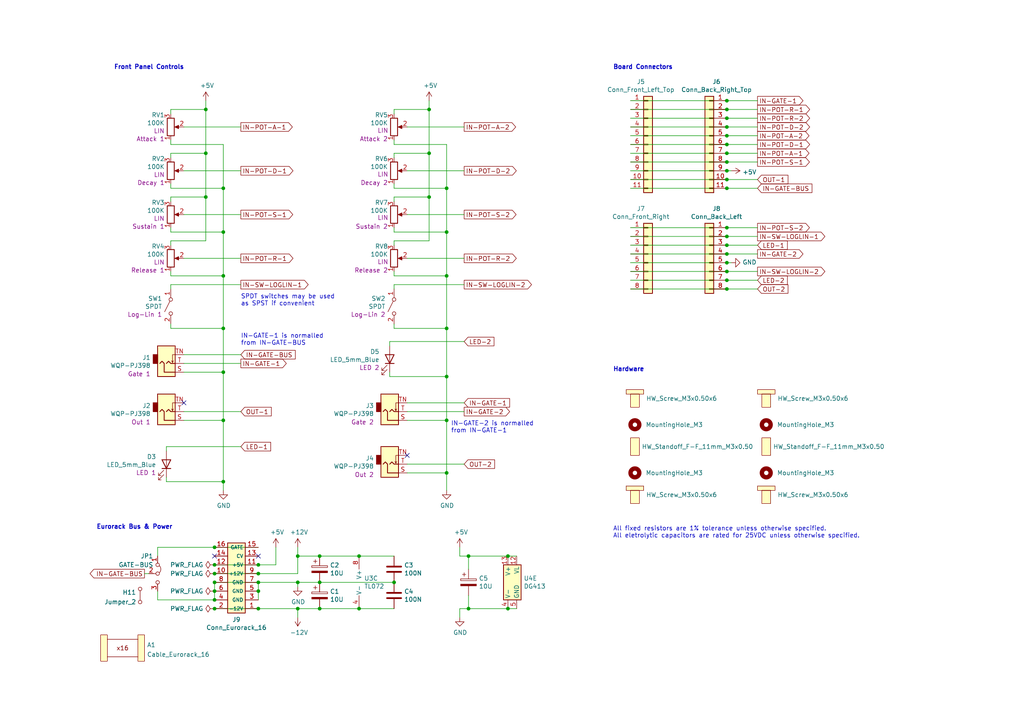
<source format=kicad_sch>
(kicad_sch (version 20211123) (generator eeschema)
  (paper "A4")
  (title_block (title "Front Panel & Power - Eurorack Dual Envelope Module") (date "2022-01-28") (rev "1.2") (company "Len Popp") (comment 1 "Copyright © 2022 Len Popp CC BY") (comment 2 "Eurorack digital ADSR envelope module - 8HP"))
  (junction (at 104.14 176.53))
  (junction (at 64.77 67.31))
  (junction (at 135.89 176.53))
  (junction (at 135.89 161.29))
  (junction (at 64.77 107.95))
  (junction (at 210.82 44.45))
  (junction (at 114.3 168.91))
  (junction (at 59.69 44.45))
  (junction (at 64.77 80.01))
  (junction (at 92.71 168.91))
  (junction (at 74.93 166.37))
  (junction (at 104.14 161.29))
  (junction (at 210.82 73.66))
  (junction (at 210.82 29.21))
  (junction (at 210.82 31.75))
  (junction (at 62.23 166.37))
  (junction (at 210.82 68.58))
  (junction (at 62.23 168.91))
  (junction (at 74.93 168.91))
  (junction (at 147.32 161.29))
  (junction (at 74.93 176.53))
  (junction (at 64.77 121.92))
  (junction (at 129.54 80.01))
  (junction (at 210.82 36.83))
  (junction (at 210.82 66.04))
  (junction (at 124.46 57.15))
  (junction (at 210.82 34.29))
  (junction (at 129.54 137.16))
  (junction (at 64.77 139.7))
  (junction (at 210.82 71.12))
  (junction (at 210.82 54.61))
  (junction (at 62.23 163.83))
  (junction (at 92.71 161.29))
  (junction (at 86.36 176.53))
  (junction (at 210.82 83.82))
  (junction (at 210.82 52.07))
  (junction (at 210.82 78.74))
  (junction (at 59.69 31.75))
  (junction (at 210.82 76.2))
  (junction (at 62.23 158.75))
  (junction (at 64.77 95.25))
  (junction (at 129.54 109.22))
  (junction (at 92.71 176.53))
  (junction (at 210.82 49.53))
  (junction (at 210.82 41.91))
  (junction (at 129.54 121.92))
  (junction (at 74.93 163.83))
  (junction (at 124.46 44.45))
  (junction (at 210.82 81.28))
  (junction (at 86.36 161.29))
  (junction (at 129.54 67.31))
  (junction (at 62.23 176.53))
  (junction (at 59.69 57.15))
  (junction (at 124.46 31.75))
  (junction (at 210.82 39.37))
  (junction (at 62.23 173.99))
  (junction (at 74.93 171.45))
  (junction (at 86.36 168.91))
  (junction (at 62.23 171.45))
  (junction (at 210.82 46.99))
  (junction (at 64.77 54.61))
  (junction (at 147.32 176.53))
  (junction (at 129.54 95.25))
  (junction (at 129.54 54.61))
  (no_connect (at 74.93 161.29))
  (no_connect (at 53.34 116.84))
  (no_connect (at 118.11 132.08))
  (no_connect (at 62.23 161.29))
  (wire (pts (xy 129.54 109.22) (xy 129.54 121.92)))
  (wire (pts (xy 86.36 168.91) (xy 92.71 168.91)))
  (wire (pts (xy 59.69 69.85) (xy 49.53 69.85)))
  (wire (pts (xy 86.36 179.07) (xy 86.36 176.53)))
  (wire (pts (xy 49.53 53.34) (xy 49.53 54.61)))
  (wire (pts (xy 124.46 57.15) (xy 124.46 69.85)))
  (wire (pts (xy 114.3 41.91) (xy 129.54 41.91)))
  (wire (pts (xy 182.88 66.04) (xy 210.82 66.04)))
  (wire (pts (xy 182.88 52.07) (xy 210.82 52.07)))
  (wire (pts (xy 210.82 31.75) (xy 219.71 31.75)))
  (wire (pts (xy 182.88 36.83) (xy 210.82 36.83)))
  (wire (pts (xy 114.3 66.04) (xy 114.3 67.31)))
  (wire (pts (xy 182.88 44.45) (xy 210.82 44.45)))
  (wire (pts (xy 129.54 121.92) (xy 129.54 137.16)))
  (wire (pts (xy 49.53 33.02) (xy 49.53 31.75)))
  (wire (pts (xy 86.36 161.29) (xy 86.36 166.37)))
  (wire (pts (xy 135.89 161.29) (xy 147.32 161.29)))
  (wire (pts (xy 49.53 93.98) (xy 49.53 95.25)))
  (wire (pts (xy 210.82 36.83) (xy 219.71 36.83)))
  (wire (pts (xy 114.3 44.45) (xy 124.46 44.45)))
  (wire (pts (xy 64.77 121.92) (xy 64.77 139.7)))
  (wire (pts (xy 53.34 102.87) (xy 69.85 102.87)))
  (wire (pts (xy 182.88 29.21) (xy 210.82 29.21)))
  (wire (pts (xy 114.3 33.02) (xy 114.3 31.75)))
  (wire (pts (xy 129.54 80.01) (xy 129.54 95.25)))
  (wire (pts (xy 49.53 82.55) (xy 49.53 83.82)))
  (wire (pts (xy 133.35 158.75) (xy 133.35 161.29)))
  (wire (pts (xy 182.88 68.58) (xy 210.82 68.58)))
  (wire (pts (xy 114.3 53.34) (xy 114.3 54.61)))
  (wire (pts (xy 80.01 158.75) (xy 80.01 163.83)))
  (wire (pts (xy 113.03 99.06) (xy 134.62 99.06)))
  (wire (pts (xy 114.3 82.55) (xy 134.62 82.55)))
  (wire (pts (xy 182.88 41.91) (xy 210.82 41.91)))
  (wire (pts (xy 135.89 165.1) (xy 135.89 161.29)))
  (wire (pts (xy 182.88 46.99) (xy 210.82 46.99)))
  (wire (pts (xy 124.46 31.75) (xy 124.46 44.45)))
  (wire (pts (xy 114.3 95.25) (xy 114.3 93.98)))
  (wire (pts (xy 53.34 121.92) (xy 64.77 121.92)))
  (wire (pts (xy 92.71 161.29) (xy 104.14 161.29)))
  (wire (pts (xy 210.82 34.29) (xy 219.71 34.29)))
  (wire (pts (xy 59.69 29.21) (xy 59.69 31.75)))
  (wire (pts (xy 210.82 46.99) (xy 219.71 46.99)))
  (wire (pts (xy 114.3 69.85) (xy 124.46 69.85)))
  (wire (pts (xy 86.36 168.91) (xy 74.93 168.91)))
  (wire (pts (xy 129.54 67.31) (xy 129.54 80.01)))
  (wire (pts (xy 49.53 41.91) (xy 64.77 41.91)))
  (wire (pts (xy 86.36 161.29) (xy 86.36 158.75)))
  (wire (pts (xy 62.23 163.83) (xy 74.93 163.83)))
  (wire (pts (xy 210.82 71.12) (xy 219.71 71.12)))
  (wire (pts (xy 135.89 176.53) (xy 133.35 176.53)))
  (wire (pts (xy 114.3 58.42) (xy 114.3 57.15)))
  (wire (pts (xy 114.3 54.61) (xy 129.54 54.61)))
  (wire (pts (xy 182.88 49.53) (xy 210.82 49.53)))
  (wire (pts (xy 182.88 39.37) (xy 210.82 39.37)))
  (wire (pts (xy 182.88 83.82) (xy 210.82 83.82)))
  (wire (pts (xy 49.53 31.75) (xy 59.69 31.75)))
  (wire (pts (xy 182.88 78.74) (xy 210.82 78.74)))
  (wire (pts (xy 62.23 168.91) (xy 74.93 168.91)))
  (wire (pts (xy 49.53 67.31) (xy 64.77 67.31)))
  (wire (pts (xy 210.82 78.74) (xy 219.71 78.74)))
  (wire (pts (xy 62.23 176.53) (xy 74.93 176.53)))
  (wire (pts (xy 64.77 95.25) (xy 64.77 107.95)))
  (wire (pts (xy 49.53 82.55) (xy 69.85 82.55)))
  (wire (pts (xy 64.77 139.7) (xy 64.77 142.24)))
  (wire (pts (xy 135.89 176.53) (xy 135.89 172.72)))
  (wire (pts (xy 114.3 82.55) (xy 114.3 83.82)))
  (wire (pts (xy 182.88 76.2) (xy 210.82 76.2)))
  (wire (pts (xy 210.82 54.61) (xy 219.71 54.61)))
  (wire (pts (xy 133.35 176.53) (xy 133.35 179.07)))
  (wire (pts (xy 210.82 39.37) (xy 219.71 39.37)))
  (wire (pts (xy 210.82 29.21) (xy 219.71 29.21)))
  (wire (pts (xy 114.3 31.75) (xy 124.46 31.75)))
  (wire (pts (xy 53.34 107.95) (xy 64.77 107.95)))
  (wire (pts (xy 113.03 109.22) (xy 129.54 109.22)))
  (wire (pts (xy 53.34 105.41) (xy 69.85 105.41)))
  (wire (pts (xy 129.54 54.61) (xy 129.54 67.31)))
  (wire (pts (xy 45.72 173.99) (xy 45.72 171.45)))
  (wire (pts (xy 118.11 137.16) (xy 129.54 137.16)))
  (wire (pts (xy 49.53 80.01) (xy 64.77 80.01)))
  (wire (pts (xy 114.3 67.31) (xy 129.54 67.31)))
  (wire (pts (xy 86.36 176.53) (xy 74.93 176.53)))
  (wire (pts (xy 129.54 41.91) (xy 129.54 54.61)))
  (wire (pts (xy 53.34 74.93) (xy 69.85 74.93)))
  (wire (pts (xy 49.53 80.01) (xy 49.53 78.74)))
  (wire (pts (xy 118.11 116.84) (xy 134.62 116.84)))
  (wire (pts (xy 147.32 161.29) (xy 149.86 161.29)))
  (wire (pts (xy 86.36 168.91) (xy 86.36 170.18)))
  (wire (pts (xy 210.82 52.07) (xy 219.71 52.07)))
  (wire (pts (xy 62.23 173.99) (xy 62.23 171.45)))
  (wire (pts (xy 118.11 134.62) (xy 134.62 134.62)))
  (wire (pts (xy 62.23 158.75) (xy 74.93 158.75)))
  (wire (pts (xy 124.46 44.45) (xy 124.46 57.15)))
  (wire (pts (xy 74.93 173.99) (xy 74.93 171.45)))
  (wire (pts (xy 49.53 54.61) (xy 64.77 54.61)))
  (wire (pts (xy 113.03 100.33) (xy 113.03 99.06)))
  (wire (pts (xy 49.53 57.15) (xy 49.53 58.42)))
  (wire (pts (xy 182.88 34.29) (xy 210.82 34.29)))
  (wire (pts (xy 49.53 40.64) (xy 49.53 41.91)))
  (wire (pts (xy 53.34 36.83) (xy 69.85 36.83)))
  (wire (pts (xy 45.72 173.99) (xy 62.23 173.99)))
  (wire (pts (xy 182.88 73.66) (xy 210.82 73.66)))
  (wire (pts (xy 59.69 44.45) (xy 59.69 57.15)))
  (wire (pts (xy 86.36 176.53) (xy 92.71 176.53)))
  (wire (pts (xy 182.88 71.12) (xy 210.82 71.12)))
  (wire (pts (xy 129.54 95.25) (xy 129.54 109.22)))
  (wire (pts (xy 210.82 73.66) (xy 219.71 73.66)))
  (wire (pts (xy 59.69 57.15) (xy 59.69 69.85)))
  (wire (pts (xy 210.82 81.28) (xy 219.71 81.28)))
  (wire (pts (xy 64.77 67.31) (xy 64.77 80.01)))
  (wire (pts (xy 113.03 107.95) (xy 113.03 109.22)))
  (wire (pts (xy 48.26 129.54) (xy 69.85 129.54)))
  (wire (pts (xy 114.3 95.25) (xy 129.54 95.25)))
  (wire (pts (xy 118.11 49.53) (xy 134.62 49.53)))
  (wire (pts (xy 64.77 107.95) (xy 64.77 121.92)))
  (wire (pts (xy 53.34 49.53) (xy 69.85 49.53)))
  (wire (pts (xy 114.3 80.01) (xy 114.3 78.74)))
  (wire (pts (xy 48.26 138.43) (xy 48.26 139.7)))
  (wire (pts (xy 80.01 163.83) (xy 74.93 163.83)))
  (wire (pts (xy 104.14 161.29) (xy 114.3 161.29)))
  (wire (pts (xy 210.82 83.82) (xy 219.71 83.82)))
  (wire (pts (xy 45.72 158.75) (xy 45.72 161.29)))
  (wire (pts (xy 59.69 31.75) (xy 59.69 44.45)))
  (wire (pts (xy 182.88 81.28) (xy 210.82 81.28)))
  (wire (pts (xy 49.53 69.85) (xy 49.53 71.12)))
  (wire (pts (xy 64.77 41.91) (xy 64.77 54.61)))
  (wire (pts (xy 210.82 49.53) (xy 212.09 49.53)))
  (wire (pts (xy 45.72 158.75) (xy 62.23 158.75)))
  (wire (pts (xy 49.53 95.25) (xy 64.77 95.25)))
  (wire (pts (xy 92.71 168.91) (xy 114.3 168.91)))
  (wire (pts (xy 210.82 44.45) (xy 219.71 44.45)))
  (wire (pts (xy 118.11 74.93) (xy 134.62 74.93)))
  (wire (pts (xy 86.36 166.37) (xy 74.93 166.37)))
  (wire (pts (xy 104.14 176.53) (xy 114.3 176.53)))
  (wire (pts (xy 210.82 66.04) (xy 219.71 66.04)))
  (wire (pts (xy 49.53 45.72) (xy 49.53 44.45)))
  (wire (pts (xy 49.53 67.31) (xy 49.53 66.04)))
  (wire (pts (xy 210.82 41.91) (xy 219.71 41.91)))
  (wire (pts (xy 74.93 166.37) (xy 62.23 166.37)))
  (wire (pts (xy 114.3 40.64) (xy 114.3 41.91)))
  (wire (pts (xy 74.93 168.91) (xy 74.93 171.45)))
  (wire (pts (xy 48.26 130.81) (xy 48.26 129.54)))
  (wire (pts (xy 48.26 139.7) (xy 64.77 139.7)))
  (wire (pts (xy 124.46 31.75) (xy 124.46 29.21)))
  (wire (pts (xy 210.82 68.58) (xy 219.71 68.58)))
  (wire (pts (xy 133.35 161.29) (xy 135.89 161.29)))
  (wire (pts (xy 53.34 119.38) (xy 69.85 119.38)))
  (wire (pts (xy 59.69 57.15) (xy 49.53 57.15)))
  (wire (pts (xy 64.77 54.61) (xy 64.77 67.31)))
  (wire (pts (xy 118.11 121.92) (xy 129.54 121.92)))
  (wire (pts (xy 114.3 71.12) (xy 114.3 69.85)))
  (wire (pts (xy 49.53 44.45) (xy 59.69 44.45)))
  (wire (pts (xy 92.71 176.53) (xy 104.14 176.53)))
  (wire (pts (xy 129.54 137.16) (xy 129.54 142.24)))
  (wire (pts (xy 182.88 31.75) (xy 210.82 31.75)))
  (wire (pts (xy 212.09 76.2) (xy 210.82 76.2)))
  (wire (pts (xy 114.3 80.01) (xy 129.54 80.01)))
  (wire (pts (xy 86.36 161.29) (xy 92.71 161.29)))
  (wire (pts (xy 118.11 36.83) (xy 134.62 36.83)))
  (wire (pts (xy 114.3 45.72) (xy 114.3 44.45)))
  (wire (pts (xy 147.32 176.53) (xy 149.86 176.53)))
  (wire (pts (xy 62.23 171.45) (xy 62.23 168.91)))
  (wire (pts (xy 53.34 62.23) (xy 69.85 62.23)))
  (wire (pts (xy 182.88 54.61) (xy 210.82 54.61)))
  (wire (pts (xy 114.3 57.15) (xy 124.46 57.15)))
  (wire (pts (xy 64.77 80.01) (xy 64.77 95.25)))
  (wire (pts (xy 41.91 166.37) (xy 43.18 166.37)))
  (wire (pts (xy 147.32 176.53) (xy 135.89 176.53)))
  (wire (pts (xy 118.11 119.38) (xy 134.62 119.38)))
  (wire (pts (xy 118.11 62.23) (xy 134.62 62.23)))
  (text "Hardware" (at 177.8 107.95 0) (effects (font (size 1.27 1.27) (thickness 0.254) bold) (justify left bottom)))
  (text "Board Connectors" (at 177.8 20.32 0) (effects (font (size 1.27 1.27) (thickness 0.254) bold) (justify left bottom)))
  (text "All fixed resistors are 1% tolerance unless otherwise specified.\nAll eletrolytic capacitors are rated for 25VDC unless otherwise specified." (at 177.8 156.21 0) (effects (font (size 1.27 1.27)) (justify left bottom)))
  (text "Eurorack Bus & Power" (at 27.94 153.67 0) (effects (font (size 1.27 1.27) (thickness 0.254) bold) (justify left bottom)))
  (text "IN-GATE-1 is normalled \nfrom IN-GATE-BUS" (at 69.85 100.33 0) (effects (font (size 1.27 1.27)) (justify left bottom)))
  (text "SPDT switches may be used \nas SPST if convenient" (at 69.85 88.9 0) (effects (font (size 1.27 1.27)) (justify left bottom)))
  (text "Front Panel Controls" (at 33.02 20.32 0) (effects (font (size 1.27 1.27) (thickness 0.254) bold) (justify left bottom)))
  (text "IN-GATE-2 is normalled \nfrom IN-GATE-1" (at 130.81 125.73 0) (effects (font (size 1.27 1.27)) (justify left bottom)))
  (global_label "IN-POT-R-1" (shape output) (at 69.85 74.93 0) (property "Intersheet References" "${INTERSHEET_REFS}" (effects hide)))
  (global_label "IN-POT-S-1" (shape output) (at 219.71 46.99 0) (property "Intersheet References" "${INTERSHEET_REFS}" (effects hide)))
  (global_label "LED-2" (shape input) (at 134.62 99.06 0) (property "Intersheet References" "${INTERSHEET_REFS}" (effects hide)))
  (global_label "OUT-2" (shape input) (at 219.71 83.82 0) (property "Intersheet References" "${INTERSHEET_REFS}" (effects hide)))
  (global_label "IN-POT-R-1" (shape output) (at 219.71 31.75 0) (property "Intersheet References" "${INTERSHEET_REFS}" (effects hide)))
  (global_label "IN-POT-A-2" (shape output) (at 134.62 36.83 0) (property "Intersheet References" "${INTERSHEET_REFS}" (effects hide)))
  (global_label "IN-POT-S-2" (shape output) (at 134.62 62.23 0) (property "Intersheet References" "${INTERSHEET_REFS}" (effects hide)))
  (global_label "IN-SW-LOGLIN-1" (shape output) (at 219.71 68.58 0) (property "Intersheet References" "${INTERSHEET_REFS}" (effects hide)))
  (global_label "IN-SW-LOGLIN-1" (shape output) (at 69.85 82.55 0) (property "Intersheet References" "${INTERSHEET_REFS}" (effects hide)))
  (global_label "IN-GATE-BUS" (shape input) (at 219.71 54.61 0) (property "Intersheet References" "${INTERSHEET_REFS}" (effects hide)))
  (global_label "IN-POT-D-2" (shape output) (at 219.71 36.83 0) (property "Intersheet References" "${INTERSHEET_REFS}" (effects hide)))
  (global_label "OUT-1" (shape input) (at 219.71 52.07 0) (property "Intersheet References" "${INTERSHEET_REFS}" (effects hide)))
  (global_label "OUT-2" (shape input) (at 134.62 134.62 0) (property "Intersheet References" "${INTERSHEET_REFS}" (effects hide)))
  (global_label "IN-SW-LOGLIN-2" (shape output) (at 219.71 78.74 0) (property "Intersheet References" "${INTERSHEET_REFS}" (effects hide)))
  (global_label "IN-GATE-2" (shape output) (at 219.71 73.66 0) (property "Intersheet References" "${INTERSHEET_REFS}" (effects hide)))
  (global_label "IN-POT-A-1" (shape output) (at 219.71 44.45 0) (property "Intersheet References" "${INTERSHEET_REFS}" (effects hide)))
  (global_label "IN-POT-D-1" (shape output) (at 69.85 49.53 0) (property "Intersheet References" "${INTERSHEET_REFS}" (effects hide)))
  (global_label "IN-POT-R-2" (shape output) (at 219.71 34.29 0) (property "Intersheet References" "${INTERSHEET_REFS}" (effects hide)))
  (global_label "LED-1" (shape input) (at 219.71 71.12 0) (property "Intersheet References" "${INTERSHEET_REFS}" (effects hide)))
  (global_label "IN-POT-A-2" (shape output) (at 219.71 39.37 0) (property "Intersheet References" "${INTERSHEET_REFS}" (effects hide)))
  (global_label "LED-2" (shape input) (at 219.71 81.28 0) (property "Intersheet References" "${INTERSHEET_REFS}" (effects hide)))
  (global_label "IN-GATE-1" (shape input) (at 134.62 116.84 0) (property "Intersheet References" "${INTERSHEET_REFS}" (effects hide)))
  (global_label "IN-SW-LOGLIN-2" (shape output) (at 134.62 82.55 0) (property "Intersheet References" "${INTERSHEET_REFS}" (effects hide)))
  (global_label "IN-POT-R-2" (shape output) (at 134.62 74.93 0) (property "Intersheet References" "${INTERSHEET_REFS}" (effects hide)))
  (global_label "OUT-1" (shape input) (at 69.85 119.38 0) (property "Intersheet References" "${INTERSHEET_REFS}" (effects hide)))
  (global_label "LED-1" (shape input) (at 69.85 129.54 0) (property "Intersheet References" "${INTERSHEET_REFS}" (effects hide)))
  (global_label "IN-GATE-BUS" (shape input) (at 69.85 102.87 0) (property "Intersheet References" "${INTERSHEET_REFS}" (effects hide)))
  (global_label "IN-POT-D-2" (shape output) (at 134.62 49.53 0) (property "Intersheet References" "${INTERSHEET_REFS}" (effects hide)))
  (global_label "IN-GATE-1" (shape output) (at 69.85 105.41 0) (property "Intersheet References" "${INTERSHEET_REFS}" (effects hide)))
  (global_label "IN-GATE-BUS" (shape output) (at 41.91 166.37 180) (property "Intersheet References" "${INTERSHEET_REFS}" (effects hide)))
  (global_label "IN-POT-D-1" (shape output) (at 219.71 41.91 0) (property "Intersheet References" "${INTERSHEET_REFS}" (effects hide)))
  (global_label "IN-POT-A-1" (shape output) (at 69.85 36.83 0) (property "Intersheet References" "${INTERSHEET_REFS}" (effects hide)))
  (global_label "IN-GATE-1" (shape output) (at 219.71 29.21 0) (property "Intersheet References" "${INTERSHEET_REFS}" (effects hide)))
  (global_label "IN-POT-S-2" (shape output) (at 219.71 66.04 0) (property "Intersheet References" "${INTERSHEET_REFS}" (effects hide)))
  (global_label "IN-POT-S-1" (shape output) (at 69.85 62.23 0) (property "Intersheet References" "${INTERSHEET_REFS}" (effects hide)))
  (global_label "IN-GATE-2" (shape output) (at 134.62 119.38 0) (property "Intersheet References" "${INTERSHEET_REFS}" (effects hide)))
  (symbol (lib_id "Connector_Generic:Conn_01x11") (at 187.96 41.91 0) (unit 1)
    (property "Reference" "J5" (at 185.8772 23.6982 0))
    (property "Value" "Conn_Front_Left_Top" (at 185.8772 26.0096 0))
    (property "Footprint" "Connector_PinSocket_2.54mm:PinSocket_1x11_P2.54mm_Vertical" (effects hide))
    (property "Datasheet" "https://www.mouser.ca/datasheet/2/527/ssq_th-2854703.pdf" (effects hide))
    (property "Manufacturer" "Samtec" (effects hide))
    (property "ManufacturerPartNum" "SSQ-111-01-T-S" (effects hide))
    (property "Distributor" "Mouser" (effects hide))
    (property "DistributorPartNum" "200-SSQ11101TS" (effects hide))
    (property "DistributorPartLink" "https://www.mouser.ca/ProductDetail/Samtec/SSQ-111-01-T-S?qs=rU5fayqh%252BE1e%252BKEgpVjkhw%3D%3D" (effects hide))
    (property "Distributor2" "Adafruit" (effects hide))
    (property "DistributorPartNum2" "598" (effects hide))
    (property "DistributorPartLink2" "https://www.adafruit.com/product/598" (effects hide))
  )
  (symbol (lib_id "-lmp-opamp:TL072") (at 106.68 168.91 0) (unit 3)
    (property "Reference" "U3" (at 105.6132 167.7416 0) (effects (justify left)))
    (property "Value" "TL072" (at 105.6132 170.053 0) (effects (justify left)))
    (property "Footprint" "-lmp-misc:DIP-8_W7.62mm_LongPads" (effects hide))
    (property "Datasheet" "https://www.ti.com/lit/ds/symlink/tl072b.pdf?ts=1628812694194" (effects hide))
    (property "Manufacturer" "Texas Instruments" (effects hide))
    (property "ManufacturerPartNum" "TL072BCP" (effects hide))
    (property "Distributor" "Mouser" (effects hide))
    (property "DistributorPartNum" "595-TL072BCP" (effects hide))
    (property "DistributorPartLink" "https://www.mouser.ca/ProductDetail/Texas-Instruments/TL072BCP?qs=p6YqzpSxLIxmo8AyZLsP4g%3D%3D" (effects hide))
  )
  (symbol (lib_id "Connector_Generic:Conn_01x11") (at 205.74 41.91 0) (mirror y) (unit 1)
    (property "Reference" "J6" (at 207.8228 23.6982 0))
    (property "Value" "Conn_Back_Right_Top" (at 207.8228 26.0096 0))
    (property "Footprint" "Connector_PinHeader_2.54mm:PinHeader_1x11_P2.54mm_Vertical" (effects hide))
    (property "Datasheet" "https://www.mouser.ca/datasheet/2/18/1/bwb_bergstik-2584943.pdf" (effects hide))
    (property "Manufacturer" "Amphenol FCI" (effects hide))
    (property "ManufacturerPartNum" "68001-411HLF" (effects hide))
    (property "Distributor" "Mouser" (effects hide))
    (property "DistributorPartNum" "649-68001-411HLF" (effects hide))
    (property "DistributorPartLink" "https://www.mouser.ca/ProductDetail/Amphenol-FCI/68001-411HLF?qs=QKvFUfBIyQKHriUD8EH6DA%3D%3D" (effects hide))
    (property "Distributor2" "Adafruit" (effects hide))
    (property "DistributorPartNum2" "392" (effects hide))
    (property "DistributorPartLink2" "https://www.adafruit.com/product/392" (effects hide))
  )
  (symbol (lib_id "Connector_Generic:Conn_01x08") (at 187.96 73.66 0) (unit 1)
    (property "Reference" "J7" (at 185.8772 60.5282 0))
    (property "Value" "Conn_Front_Right" (at 185.8772 62.8396 0))
    (property "Footprint" "Connector_PinSocket_2.54mm:PinSocket_1x08_P2.54mm_Vertical" (effects hide))
    (property "Datasheet" "https://www.mouser.ca/datasheet/2/595/Gravitech_8Fx1_254mm-2854107.pdf" (effects hide))
    (property "Manufacturer" "Gravitech" (effects hide))
    (property "ManufacturerPartNum" "8Fx1-254mm" (effects hide))
    (property "Distributor" "Mouser" (effects hide))
    (property "DistributorPartNum" "992-8FX1-254MM" (effects hide))
    (property "DistributorPartLink" "https://www.mouser.ca/ProductDetail/Gravitech/8Fx1-254mm?qs=Vxac6xGyzPk0zR%2F1vGr2Gg%3D%3D" (effects hide))
  )
  (symbol (lib_id "Connector_Generic:Conn_01x08") (at 205.74 73.66 0) (mirror y) (unit 1)
    (property "Reference" "J8" (at 207.8228 60.5282 0))
    (property "Value" "Conn_Back_Left" (at 207.8228 62.8396 0))
    (property "Footprint" "Connector_PinHeader_2.54mm:PinHeader_1x08_P2.54mm_Vertical" (effects hide))
    (property "Datasheet" "https://www.amphenol-icc.com/media/wysiwyg/files/documentation/datasheet/boardwiretoboard/bwb_econostik_254headers.pdf" (effects hide))
    (property "Manufacturer" "Amphenol FCI" (effects hide))
    (property "ManufacturerPartNum" "10129378-908001BLF" (effects hide))
    (property "Distributor" "Mouser" (effects hide))
    (property "DistributorPartNum" "649-1012937890801BLF" (effects hide))
    (property "DistributorPartLink" "https://www.mouser.ca/ProductDetail/Amphenol-FCI/10129378-908001BLF?qs=0lQeLiL1qybDtVkZc9V5DA%3D%3D" (effects hide))
  )
  (symbol (lib_id "-lmp-synth:Conn_Eurorack_Pwr_16") (at 67.31 166.37 0) (unit 1)
    (property "Reference" "J9" (at 68.58 179.705 0))
    (property "Value" "Conn_Eurorack_16" (at 68.58 182.0164 0))
    (property "Footprint" "-lmp-synth:IDC-Header-Eurorack-16-TH" (effects hide))
    (property "Datasheet" "https://www.mouser.ca/datasheet/2/445/61201621621-1717735.pdf" (effects hide))
    (property "Manufacturer" "Wurth Elektronik" (effects hide))
    (property "ManufacturerPartNum" "61201621621" (effects hide))
    (property "Distributor" "Mouser" (effects hide))
    (property "DistributorPartNum" "710-61201621621" (effects hide))
    (property "DistributorPartLink" "https://www.mouser.ca/ProductDetail/Wurth-Elektronik/61201621621?qs=ZtY9WdtwX55qFf4n3EFuaA%3D%3D" (effects hide))
  )
  (symbol (lib_id "-lmp-power:PWR_FLAG") (at 62.23 166.37 90) (unit 1)
    (property "Reference" "#FLG0110" (effects hide))
    (property "Value" "PWR_FLAG" (at 59.0042 166.37 90) (effects (justify left)))
  )
  (symbol (lib_id "-lmp-power:PWR_FLAG") (at 62.23 171.45 90) (unit 1)
    (property "Reference" "#FLG0109" (effects hide))
    (property "Value" "PWR_FLAG" (at 59.0042 171.45 90) (effects (justify left)))
  )
  (symbol (lib_id "-lmp-power:PWR_FLAG") (at 62.23 176.53 90) (unit 1)
    (property "Reference" "#FLG0108" (effects hide))
    (property "Value" "PWR_FLAG" (at 59.0042 176.53 90) (effects (justify left)))
  )
  (symbol (lib_id "-lmp-synth:CP_10U") (at 92.71 165.1 0) (unit 1)
    (property "Reference" "C2" (at 95.7072 163.9316 0) (effects (justify left)))
    (property "Value" "10U" (at 95.7072 166.243 0) (effects (justify left)))
    (property "Footprint" "-lmp-misc:CP_Radial_D5.0mm_P2.50mm" (effects hide))
    (property "Datasheet" "https://industrial.panasonic.com/cdbs/www-data/pdf/RDF0000/ABA0000C1209.pdf" (effects hide))
    (property "Manufacturer" "Panasonic" (effects hide))
    (property "ManufacturerPartNum" "EEA-FC1E100" (effects hide))
    (property "Distributor" "Mouser" (effects hide))
    (property "DistributorPartNum" "667-EEA-FC1E100" (effects hide))
    (property "DistributorPartLink" "https://www.mouser.ca/ProductDetail/Panasonic/EEA-FC1E100?qs=nLJruSqDb94EJwiFQJd4iw%3D%3D" (effects hide))
    (property "Value2" "25 VDC" (effects hide))
    (property "Note" "12 V decoupling" (effects hide))
  )
  (symbol (lib_id "-lmp-synth:CP_10U") (at 92.71 172.72 0) (unit 1)
    (property "Reference" "C1" (at 95.7072 171.5516 0) (effects (justify left)))
    (property "Value" "10U" (at 95.7072 173.863 0) (effects (justify left)))
    (property "Footprint" "-lmp-misc:CP_Radial_D5.0mm_P2.50mm" (effects hide))
    (property "Datasheet" "https://industrial.panasonic.com/cdbs/www-data/pdf/RDF0000/ABA0000C1209.pdf" (effects hide))
    (property "Manufacturer" "Panasonic" (effects hide))
    (property "ManufacturerPartNum" "EEA-FC1E100" (effects hide))
    (property "Distributor" "Mouser" (effects hide))
    (property "DistributorPartNum" "667-EEA-FC1E100" (effects hide))
    (property "DistributorPartLink" "https://www.mouser.ca/ProductDetail/Panasonic/EEA-FC1E100?qs=nLJruSqDb94EJwiFQJd4iw%3D%3D" (effects hide))
    (property "Value2" "25 VDC" (effects hide))
    (property "Note" "12 V decoupling" (effects hide))
  )
  (symbol (lib_id "-lmp-power:GND") (at 86.36 170.18 0) (unit 1)
    (property "Reference" "#PWR0120" (effects hide))
    (property "Value" "GND" (at 86.487 174.5742 0))
  )
  (symbol (lib_id "-lmp-power:+12V") (at 86.36 158.75 0) (unit 1)
    (property "Reference" "#PWR0119" (effects hide))
    (property "Value" "+12V" (at 86.741 154.3558 0))
  )
  (symbol (lib_id "-lmp-power:-12V") (at 86.36 179.07 0) (unit 1)
    (property "Reference" "#PWR0121" (effects hide))
    (property "Value" "-12V" (at 86.741 183.4642 0))
  )
  (symbol (lib_id "-lmp-power:+5V") (at 133.35 158.75 0) (unit 1)
    (property "Reference" "#PWR0117" (effects hide))
    (property "Value" "+5V" (at 133.731 154.3558 0))
  )
  (symbol (lib_id "-lmp-synth:R_POT_Panel_PCB_Alpha") (at 49.53 62.23 0) (mirror x) (unit 1)
    (property "Reference" "RV3" (at 47.752 58.7502 0) (effects (justify right)))
    (property "Value" "100K" (at 47.752 61.0616 0) (effects (justify right)))
    (property "Footprint" "-lmp-synth:Potentiometer_Alpha_RD901F-40-00D_Single_Vertical" (effects hide))
    (property "Datasheet" "https://www.mouser.ca/datasheet/2/13/alpha_taiwan_08192019_RD901F-40-15R1-B(resistance_-1627810.pdf" (effects hide))
    (property "Value2" "LIN" (at 47.752 63.373 0) (effects (justify right)))
    (property "Label" "Sustain 1" (at 47.752 65.6844 0) (effects (justify right)))
    (property "Manufacturer" "Alpha" (effects hide))
    (property "ManufacturerPartNum" "RD901F-40-15R1-B100K-00DL1" (effects hide))
    (property "Distributor" "Thonk" (effects hide))
    (property "DistributorPartNum" "Group_Pot_Alpha_6.35mm" (effects hide))
    (property "DistributorPartLink" "https://www.thonk.co.uk/shop/alpha-9mm-pots/" (effects hide))
    (property "Distributor2" "Mouser" (effects hide))
    (property "Distributor3" "SynthCube" (effects hide))
    (property "DistributorPartLink2" "https://www.mouser.ca/c/passive-components/potentiometers-trimmers-rheostats/potentiometers/?q=RD901F&orientation=Vertical" (effects hide))
    (property "DistributorPartLink3" "https://synthcube.com/cart/alpha-9mm-potentiometer-right-angle-pcb-mount-6-35mm-round-shaft" (effects hide))
    (property "DistributorPartNum2" "311-1940F-*" (effects hide))
    (property "DistributorPartNum3" "9MMALPHAPOTMSTR" (effects hide))
  )
  (symbol (lib_id "-lmp-synth:Jack_WQP-PJ398") (at 48.26 105.41 0) (mirror x) (unit 1)
    (property "Reference" "J1" (at 43.688 103.7082 0) (effects (justify right)))
    (property "Value" "WQP-PJ398" (at 43.688 106.0196 0) (effects (justify right)))
    (property "Footprint" "-lmp-synth:Jack_3.5mm_QingPu_WQP-PJ398SM_Vertical" (effects hide))
    (property "Datasheet" "http://www.qingpu-electronics.com/en/products/WQP-PJ398SM-362.html" (effects hide))
    (property "Label" "Gate 1" (at 43.688 108.458 0) (effects (justify right)))
    (property "Manufacturer" "QingPu / Thonk" (effects hide))
    (property "ManufacturerPartNum" "PJ398SM / WQP518MA" (effects hide))
    (property "Distributor" "Thonk" (effects hide))
    (property "DistributorPartNum" "PJ398SM" (effects hide))
    (property "DistributorPartLink" "https://www.thonk.co.uk/shop/thonkiconn/" (effects hide))
    (property "Distributor2" "SynthCube" (effects hide))
    (property "Distributor3" "Adafruit" (effects hide))
    (property "DistributorPartLink2" "https://synthcube.com/cart/3-5mm-euro-jacks" (effects hide))
    (property "DistributorPartLink3" "https://www.adafruit.com/product/4031" (effects hide))
    (property "DistributorPartNum2" "WQP518MA" (effects hide))
    (property "DistributorPartNum3" "4031" (effects hide))
  )
  (symbol (lib_id "-lmp-synth:R_POT_Panel_PCB_Alpha") (at 49.53 36.83 0) (mirror x) (unit 1)
    (property "Reference" "RV1" (at 47.752 33.3502 0) (effects (justify right)))
    (property "Value" "100K" (at 47.752 35.6616 0) (effects (justify right)))
    (property "Footprint" "-lmp-synth:Potentiometer_Alpha_RD901F-40-00D_Single_Vertical" (effects hide))
    (property "Datasheet" "https://www.mouser.ca/datasheet/2/13/alpha_taiwan_08192019_RD901F-40-15R1-B(resistance_-1627810.pdf" (effects hide))
    (property "Value2" "LIN" (at 47.752 37.973 0) (effects (justify right)))
    (property "Label" "Attack 1" (at 47.752 40.2844 0) (effects (justify right)))
    (property "Manufacturer" "Alpha" (effects hide))
    (property "ManufacturerPartNum" "RD901F-40-15R1-B100K-00DL1" (effects hide))
    (property "Distributor" "Thonk" (effects hide))
    (property "DistributorPartNum" "Group_Pot_Alpha_6.35mm" (effects hide))
    (property "DistributorPartLink" "https://www.thonk.co.uk/shop/alpha-9mm-pots/" (effects hide))
    (property "Distributor2" "Mouser" (effects hide))
    (property "Distributor3" "SynthCube" (effects hide))
    (property "DistributorPartLink2" "https://www.mouser.ca/c/passive-components/potentiometers-trimmers-rheostats/potentiometers/?q=RD901F&orientation=Vertical" (effects hide))
    (property "DistributorPartLink3" "https://synthcube.com/cart/alpha-9mm-potentiometer-right-angle-pcb-mount-6-35mm-round-shaft" (effects hide))
    (property "DistributorPartNum2" "311-1940F-*" (effects hide))
    (property "DistributorPartNum3" "9MMALPHAPOTMSTR" (effects hide))
  )
  (symbol (lib_id "-lmp-synth:R_POT_Panel_PCB_Alpha") (at 49.53 49.53 0) (mirror x) (unit 1)
    (property "Reference" "RV2" (at 47.7774 46.0502 0) (effects (justify right)))
    (property "Value" "100K" (at 47.7774 48.3616 0) (effects (justify right)))
    (property "Footprint" "-lmp-synth:Potentiometer_Alpha_RD901F-40-00D_Single_Vertical" (effects hide))
    (property "Datasheet" "https://www.mouser.ca/datasheet/2/13/alpha_taiwan_08192019_RD901F-40-15R1-B(resistance_-1627810.pdf" (effects hide))
    (property "Value2" "LIN" (at 47.7774 50.673 0) (effects (justify right)))
    (property "Label" "Decay 1" (at 47.7774 52.9844 0) (effects (justify right)))
    (property "Manufacturer" "Alpha" (effects hide))
    (property "ManufacturerPartNum" "RD901F-40-15R1-B100K-00DL1" (effects hide))
    (property "Distributor" "Thonk" (effects hide))
    (property "DistributorPartNum" "Group_Pot_Alpha_6.35mm" (effects hide))
    (property "DistributorPartLink" "https://www.thonk.co.uk/shop/alpha-9mm-pots/" (effects hide))
    (property "Distributor2" "Mouser" (effects hide))
    (property "Distributor3" "SynthCube" (effects hide))
    (property "DistributorPartLink2" "https://www.mouser.ca/c/passive-components/potentiometers-trimmers-rheostats/potentiometers/?q=RD901F&orientation=Vertical" (effects hide))
    (property "DistributorPartLink3" "https://synthcube.com/cart/alpha-9mm-potentiometer-right-angle-pcb-mount-6-35mm-round-shaft" (effects hide))
    (property "DistributorPartNum2" "311-1940F-*" (effects hide))
    (property "DistributorPartNum3" "9MMALPHAPOTMSTR" (effects hide))
  )
  (symbol (lib_id "-lmp-synth:Jack_WQP-PJ398") (at 48.26 119.38 0) (mirror x) (unit 1)
    (property "Reference" "J2" (at 43.688 117.6782 0) (effects (justify right)))
    (property "Value" "WQP-PJ398" (at 43.688 119.9896 0) (effects (justify right)))
    (property "Footprint" "-lmp-synth:Jack_3.5mm_QingPu_WQP-PJ398SM_Vertical" (effects hide))
    (property "Datasheet" "http://www.qingpu-electronics.com/en/products/WQP-PJ398SM-362.html" (effects hide))
    (property "Label" "Out 1" (at 43.688 122.428 0) (effects (justify right)))
    (property "Manufacturer" "QingPu / Thonk" (effects hide))
    (property "ManufacturerPartNum" "PJ398SM / WQP518MA" (effects hide))
    (property "Distributor" "Thonk" (effects hide))
    (property "DistributorPartNum" "PJ398SM" (effects hide))
    (property "DistributorPartLink" "https://www.thonk.co.uk/shop/thonkiconn/" (effects hide))
    (property "Distributor2" "SynthCube" (effects hide))
    (property "Distributor3" "Adafruit" (effects hide))
    (property "DistributorPartLink2" "https://synthcube.com/cart/3-5mm-euro-jacks" (effects hide))
    (property "DistributorPartLink3" "https://www.adafruit.com/product/4031" (effects hide))
    (property "DistributorPartNum2" "WQP518MA" (effects hide))
    (property "DistributorPartNum3" "4031" (effects hide))
  )
  (symbol (lib_id "-lmp-synth:Jack_WQP-PJ398") (at 113.03 119.38 0) (mirror x) (unit 1)
    (property "Reference" "J3" (at 108.458 117.6782 0) (effects (justify right)))
    (property "Value" "WQP-PJ398" (at 108.458 119.9896 0) (effects (justify right)))
    (property "Footprint" "-lmp-synth:Jack_3.5mm_QingPu_WQP-PJ398SM_Vertical" (effects hide))
    (property "Datasheet" "http://www.qingpu-electronics.com/en/products/WQP-PJ398SM-362.html" (effects hide))
    (property "Label" "Gate 2" (at 108.458 122.428 0) (effects (justify right)))
    (property "Manufacturer" "QingPu / Thonk" (effects hide))
    (property "ManufacturerPartNum" "PJ398SM / WQP518MA" (effects hide))
    (property "Distributor" "Thonk" (effects hide))
    (property "DistributorPartNum" "PJ398SM" (effects hide))
    (property "DistributorPartLink" "https://www.thonk.co.uk/shop/thonkiconn/" (effects hide))
    (property "Distributor2" "SynthCube" (effects hide))
    (property "Distributor3" "Adafruit" (effects hide))
    (property "DistributorPartLink2" "https://synthcube.com/cart/3-5mm-euro-jacks" (effects hide))
    (property "DistributorPartLink3" "https://www.adafruit.com/product/4031" (effects hide))
    (property "DistributorPartNum2" "WQP518MA" (effects hide))
    (property "DistributorPartNum3" "4031" (effects hide))
  )
  (symbol (lib_id "-lmp-synth:Jack_WQP-PJ398") (at 113.03 134.62 0) (mirror x) (unit 1)
    (property "Reference" "J4" (at 108.458 132.9182 0) (effects (justify right)))
    (property "Value" "WQP-PJ398" (at 108.458 135.2296 0) (effects (justify right)))
    (property "Footprint" "-lmp-synth:Jack_3.5mm_QingPu_WQP-PJ398SM_Vertical" (effects hide))
    (property "Datasheet" "http://www.qingpu-electronics.com/en/products/WQP-PJ398SM-362.html" (effects hide))
    (property "Label" "Out 2" (at 108.458 137.668 0) (effects (justify right)))
    (property "Manufacturer" "QingPu / Thonk" (effects hide))
    (property "ManufacturerPartNum" "PJ398SM / WQP518MA" (effects hide))
    (property "Distributor" "Thonk" (effects hide))
    (property "DistributorPartNum" "PJ398SM" (effects hide))
    (property "DistributorPartLink" "https://www.thonk.co.uk/shop/thonkiconn/" (effects hide))
    (property "Distributor2" "SynthCube" (effects hide))
    (property "Distributor3" "Adafruit" (effects hide))
    (property "DistributorPartLink2" "https://synthcube.com/cart/3-5mm-euro-jacks" (effects hide))
    (property "DistributorPartLink3" "https://www.adafruit.com/product/4031" (effects hide))
    (property "DistributorPartNum2" "WQP518MA" (effects hide))
    (property "DistributorPartNum3" "4031" (effects hide))
  )
  (symbol (lib_id "-lmp-synth:R_POT_Panel_PCB_Alpha") (at 114.3 49.53 0) (mirror x) (unit 1)
    (property "Reference" "RV6" (at 112.522 46.0502 0) (effects (justify right)))
    (property "Value" "100K" (at 112.522 48.3616 0) (effects (justify right)))
    (property "Footprint" "-lmp-synth:Potentiometer_Alpha_RD901F-40-00D_Single_Vertical" (effects hide))
    (property "Datasheet" "https://www.mouser.ca/datasheet/2/13/alpha_taiwan_08192019_RD901F-40-15R1-B(resistance_-1627810.pdf" (effects hide))
    (property "Value2" "LIN" (at 112.649 50.546 0) (effects (justify right)))
    (property "Label" "Decay 2" (at 112.522 52.9844 0) (effects (justify right)))
    (property "Manufacturer" "Alpha" (effects hide))
    (property "ManufacturerPartNum" "RD901F-40-15R1-B100K-00DL1" (effects hide))
    (property "Distributor" "Thonk" (effects hide))
    (property "DistributorPartNum" "Group_Pot_Alpha_6.35mm" (effects hide))
    (property "DistributorPartLink" "https://www.thonk.co.uk/shop/alpha-9mm-pots/" (effects hide))
    (property "Distributor2" "Mouser" (effects hide))
    (property "Distributor3" "SynthCube" (effects hide))
    (property "DistributorPartLink2" "https://www.mouser.ca/c/passive-components/potentiometers-trimmers-rheostats/potentiometers/?q=RD901F&orientation=Vertical" (effects hide))
    (property "DistributorPartLink3" "https://synthcube.com/cart/alpha-9mm-potentiometer-right-angle-pcb-mount-6-35mm-round-shaft" (effects hide))
    (property "DistributorPartNum2" "311-1940F-*" (effects hide))
    (property "DistributorPartNum3" "9MMALPHAPOTMSTR" (effects hide))
  )
  (symbol (lib_id "-lmp-synth:R_POT_Panel_PCB_Alpha") (at 114.3 62.23 0) (mirror x) (unit 1)
    (property "Reference" "RV7" (at 112.522 58.7502 0) (effects (justify right)))
    (property "Value" "100K" (at 112.522 61.0616 0) (effects (justify right)))
    (property "Footprint" "-lmp-synth:Potentiometer_Alpha_RD901F-40-00D_Single_Vertical" (effects hide))
    (property "Datasheet" "https://www.mouser.ca/datasheet/2/13/alpha_taiwan_08192019_RD901F-40-15R1-B(resistance_-1627810.pdf" (effects hide))
    (property "Value2" "LIN" (at 112.649 63.119 0) (effects (justify right)))
    (property "Label" "Sustain 2" (at 112.522 65.6844 0) (effects (justify right)))
    (property "Manufacturer" "Alpha" (effects hide))
    (property "ManufacturerPartNum" "RD901F-40-15R1-B100K-00DL1" (effects hide))
    (property "Distributor" "Thonk" (effects hide))
    (property "DistributorPartNum" "Group_Pot_Alpha_6.35mm" (effects hide))
    (property "DistributorPartLink" "https://www.thonk.co.uk/shop/alpha-9mm-pots/" (effects hide))
    (property "Distributor2" "Mouser" (effects hide))
    (property "Distributor3" "SynthCube" (effects hide))
    (property "DistributorPartLink2" "https://www.mouser.ca/c/passive-components/potentiometers-trimmers-rheostats/potentiometers/?q=RD901F&orientation=Vertical" (effects hide))
    (property "DistributorPartLink3" "https://synthcube.com/cart/alpha-9mm-potentiometer-right-angle-pcb-mount-6-35mm-round-shaft" (effects hide))
    (property "DistributorPartNum2" "311-1940F-*" (effects hide))
    (property "DistributorPartNum3" "9MMALPHAPOTMSTR" (effects hide))
  )
  (symbol (lib_id "-lmp-synth:R_POT_Panel_PCB_Alpha") (at 114.3 74.93 0) (mirror x) (unit 1)
    (property "Reference" "RV8" (at 112.5474 71.4502 0) (effects (justify right)))
    (property "Value" "100K" (at 112.5474 73.7616 0) (effects (justify right)))
    (property "Footprint" "-lmp-synth:Potentiometer_Alpha_RD901F-40-00D_Single_Vertical" (effects hide))
    (property "Datasheet" "https://www.mouser.ca/datasheet/2/13/alpha_taiwan_08192019_RD901F-40-15R1-B(resistance_-1627810.pdf" (effects hide))
    (property "Value2" "LIN" (at 112.649 75.946 0) (effects (justify right)))
    (property "Label" "Release 2" (at 112.5474 78.3844 0) (effects (justify right)))
    (property "Manufacturer" "Alpha" (effects hide))
    (property "ManufacturerPartNum" "RD901F-40-15R1-B100K-00DL1" (effects hide))
    (property "Distributor" "Thonk" (effects hide))
    (property "DistributorPartNum" "Group_Pot_Alpha_6.35mm" (effects hide))
    (property "DistributorPartLink" "https://www.thonk.co.uk/shop/alpha-9mm-pots/" (effects hide))
    (property "Distributor2" "Mouser" (effects hide))
    (property "Distributor3" "SynthCube" (effects hide))
    (property "DistributorPartLink2" "https://www.mouser.ca/c/passive-components/potentiometers-trimmers-rheostats/potentiometers/?q=RD901F&orientation=Vertical" (effects hide))
    (property "DistributorPartLink3" "https://synthcube.com/cart/alpha-9mm-potentiometer-right-angle-pcb-mount-6-35mm-round-shaft" (effects hide))
    (property "DistributorPartNum2" "311-1940F-*" (effects hide))
    (property "DistributorPartNum3" "9MMALPHAPOTMSTR" (effects hide))
  )
  (symbol (lib_id "-lmp:CC_100N") (at 114.3 165.1 0) (unit 1)
    (property "Reference" "C3" (at 117.221 163.9316 0) (effects (justify left)))
    (property "Value" "100N" (at 117.221 166.243 0) (effects (justify left)))
    (property "Footprint" "-lmp-misc:C_Disc_D5.0mm_W2.5mm_P2.50mm" (effects hide))
    (property "Datasheet" "https://product.tdk.com/system/files/dam/doc/product/capacitor/ceramic/lead-mlcc/catalog/leadmlcc_halogenfree_fg_en.pdf" (effects hide))
    (property "Manufacturer" "TDK" (effects hide))
    (property "ManufacturerPartNum" "FG18X7R1H104KNT06" (effects hide))
    (property "Distributor" "Mouser" (effects hide))
    (property "DistributorPartNum" "810-FG18X7R1H104KNT6" (effects hide))
    (property "DistributorPartLink" "https://www.mouser.ca/ProductDetail/810-FG18X7R1H104KNT6" (effects hide))
    (property "Note" "IC decoupling" (effects hide))
  )
  (symbol (lib_id "-lmp:CC_100N") (at 114.3 172.72 0) (unit 1)
    (property "Reference" "C4" (at 117.221 171.5516 0) (effects (justify left)))
    (property "Value" "100N" (at 117.221 173.863 0) (effects (justify left)))
    (property "Footprint" "-lmp-misc:C_Disc_D5.0mm_W2.5mm_P2.50mm" (effects hide))
    (property "Datasheet" "https://product.tdk.com/system/files/dam/doc/product/capacitor/ceramic/lead-mlcc/catalog/leadmlcc_halogenfree_fg_en.pdf" (effects hide))
    (property "Manufacturer" "TDK" (effects hide))
    (property "ManufacturerPartNum" "FG18X7R1H104KNT06" (effects hide))
    (property "Distributor" "Mouser" (effects hide))
    (property "DistributorPartNum" "810-FG18X7R1H104KNT6" (effects hide))
    (property "DistributorPartLink" "https://www.mouser.ca/ProductDetail/810-FG18X7R1H104KNT6" (effects hide))
    (property "Note" "IC decoupling" (effects hide))
  )
  (symbol (lib_id "-lmp-synth:SW_SPST") (at 49.53 88.9 90) (mirror x) (unit 1)
    (property "Reference" "SW1" (at 47.0408 86.5886 90) (effects (justify left)))
    (property "Value" "SPDT" (at 47.0408 88.9 90) (effects (justify left)))
    (property "Footprint" "-lmp-misc:SW_SPDT_THT_2.54" (effects hide))
    (property "Datasheet" "https://www.mouser.ca/datasheet/2/221/MS-100542-1173960.pdf" (effects hide))
    (property "Manufacturer" "Mountain Switch" (effects hide))
    (property "ManufacturerPartNum" "10TC410" (effects hide))
    (property "DistributorPartLink" "https://www.mouser.ca/ProductDetail/Mountain-Switch/10TC410?qs=ITV4B%252BNEbToIZH965UXZQg%3D%3D" (effects hide))
    (property "Distributor" "Mouser" (effects hide))
    (property "DistributorPartNum" "10TC410" (effects hide))
    (property "Label" "Log-Lin 1" (at 47.0408 91.2114 90) (effects (justify left)))
    (property "Distributor2" "Thonk" (effects hide))
    (property "Distributor3" "SynthCube" (effects hide))
    (property "DistributorPartLink2" "https://www.thonk.co.uk/shop/sub-mini-toggle-switches/" (effects hide))
    (property "DistributorPartLink3" "https://synthcube.com/cart/toggle-switch-submini-pc-pin" (effects hide))
  )
  (symbol (lib_id "-lmp-synth:SW_SPST") (at 114.3 88.9 90) (mirror x) (unit 1)
    (property "Reference" "SW2" (at 111.8108 86.5886 90) (effects (justify left)))
    (property "Value" "SPDT" (at 111.8108 88.9 90) (effects (justify left)))
    (property "Footprint" "-lmp-misc:SW_SPDT_THT_2.54" (effects hide))
    (property "Datasheet" "https://www.mouser.ca/datasheet/2/221/MS-100542-1173960.pdf" (effects hide))
    (property "Manufacturer" "Mountain Switch" (effects hide))
    (property "ManufacturerPartNum" "10TC410" (effects hide))
    (property "DistributorPartLink" "https://www.mouser.ca/ProductDetail/Mountain-Switch/10TC410?qs=ITV4B%252BNEbToIZH965UXZQg%3D%3D" (effects hide))
    (property "Distributor" "Mouser" (effects hide))
    (property "DistributorPartNum" "10TC410" (effects hide))
    (property "Label" "Log-Lin 2" (at 111.8108 91.2114 90) (effects (justify left)))
    (property "Distributor2" "Thonk" (effects hide))
    (property "Distributor3" "SynthCube" (effects hide))
    (property "DistributorPartLink2" "https://www.thonk.co.uk/shop/sub-mini-toggle-switches/" (effects hide))
    (property "DistributorPartLink3" "https://synthcube.com/cart/toggle-switch-submini-pc-pin" (effects hide))
  )
  (symbol (lib_id "-lmp-synth:LED_5mm_Blue") (at 48.26 134.62 270) (mirror x) (unit 1)
    (property "Reference" "D3" (at 45.2882 132.4864 90) (effects (justify right)))
    (property "Value" "LED_5mm_Blue" (at 45.2882 134.7978 90) (effects (justify right)))
    (property "Footprint" "LED_THT:LED_D5.0mm" (effects hide))
    (property "Datasheet" "https://www.mouser.ca/datasheet/2/423/VAOL-5LSBY1-1064871.pdf" (effects hide))
    (property "Label" "LED 1" (at 45.2882 137.1092 90) (effects (justify right)))
    (property "Manufacturer" "VCC" (effects hide))
    (property "ManufacturerPartNum" "VAOL-5LSBY1" (effects hide))
    (property "Distributor" "Mouser" (effects hide))
    (property "DistributorPartNum" "593-VAOL-5LSBY1" (effects hide))
    (property "DistributorPartLink" "https://www.mouser.ca/ProductDetail/VCC/VAOL-5LSBY1?qs=sGAEpiMZZMvHYEB9WUp7EneOMcS%2FsWIS9dCGd3NWsaQ%3D" (effects hide))
  )
  (symbol (lib_id "-lmp-synth:LED_5mm_Blue") (at 113.03 104.14 270) (mirror x) (unit 1)
    (property "Reference" "D5" (at 110.0582 102.0064 90) (effects (justify right)))
    (property "Value" "LED_5mm_Blue" (at 110.0582 104.3178 90) (effects (justify right)))
    (property "Footprint" "LED_THT:LED_D5.0mm" (effects hide))
    (property "Datasheet" "https://www.mouser.ca/datasheet/2/423/VAOL-5LSBY1-1064871.pdf" (effects hide))
    (property "Label" "LED 2" (at 110.0582 106.6292 90) (effects (justify right)))
    (property "Manufacturer" "VCC" (effects hide))
    (property "ManufacturerPartNum" "VAOL-5LSBY1" (effects hide))
    (property "Distributor" "Mouser" (effects hide))
    (property "DistributorPartNum" "593-VAOL-5LSBY1" (effects hide))
    (property "DistributorPartLink" "https://www.mouser.ca/ProductDetail/VCC/VAOL-5LSBY1?qs=sGAEpiMZZMvHYEB9WUp7EneOMcS%2FsWIS9dCGd3NWsaQ%3D" (effects hide))
  )
  (symbol (lib_id "-lmp-synth:R_POT_Panel_PCB_Alpha") (at 49.53 74.93 0) (mirror x) (unit 1)
    (property "Reference" "RV4" (at 47.752 71.4502 0) (effects (justify right)))
    (property "Value" "100K" (at 47.752 73.7616 0) (effects (justify right)))
    (property "Footprint" "-lmp-synth:Potentiometer_Alpha_RD901F-40-00D_Single_Vertical" (effects hide))
    (property "Datasheet" "https://www.mouser.ca/datasheet/2/13/alpha_taiwan_08192019_RD901F-40-15R1-B(resistance_-1627810.pdf" (effects hide))
    (property "Value2" "LIN" (at 47.752 76.073 0) (effects (justify right)))
    (property "Label" "Release 1" (at 47.752 78.3844 0) (effects (justify right)))
    (property "Manufacturer" "Alpha" (effects hide))
    (property "ManufacturerPartNum" "RD901F-40-15R1-B100K-00DL1" (effects hide))
    (property "Distributor" "Thonk" (effects hide))
    (property "DistributorPartNum" "Group_Pot_Alpha_6.35mm" (effects hide))
    (property "DistributorPartLink" "https://www.thonk.co.uk/shop/alpha-9mm-pots/" (effects hide))
    (property "Distributor2" "Mouser" (effects hide))
    (property "Distributor3" "SynthCube" (effects hide))
    (property "DistributorPartLink2" "https://www.mouser.ca/c/passive-components/potentiometers-trimmers-rheostats/potentiometers/?q=RD901F&orientation=Vertical" (effects hide))
    (property "DistributorPartLink3" "https://synthcube.com/cart/alpha-9mm-potentiometer-right-angle-pcb-mount-6-35mm-round-shaft" (effects hide))
    (property "DistributorPartNum2" "311-1940F-*" (effects hide))
    (property "DistributorPartNum3" "9MMALPHAPOTMSTR" (effects hide))
  )
  (symbol (lib_id "-lmp-synth:R_POT_Panel_PCB_Alpha") (at 114.3 36.83 0) (mirror x) (unit 1)
    (property "Reference" "RV5" (at 112.522 33.3502 0) (effects (justify right)))
    (property "Value" "100K" (at 112.522 35.6616 0) (effects (justify right)))
    (property "Footprint" "-lmp-synth:Potentiometer_Alpha_RD901F-40-00D_Single_Vertical" (effects hide))
    (property "Datasheet" "https://www.mouser.ca/datasheet/2/13/alpha_taiwan_08192019_RD901F-40-15R1-B(resistance_-1627810.pdf" (effects hide))
    (property "Value2" "LIN" (at 112.649 37.846 0) (effects (justify right)))
    (property "Label" "Attack 2" (at 112.522 40.2844 0) (effects (justify right)))
    (property "Manufacturer" "Alpha" (effects hide))
    (property "ManufacturerPartNum" "RD901F-40-15R1-B100K-00DL1" (effects hide))
    (property "Distributor" "Thonk" (effects hide))
    (property "DistributorPartNum" "Group_Pot_Alpha_6.35mm" (effects hide))
    (property "DistributorPartLink" "https://www.thonk.co.uk/shop/alpha-9mm-pots/" (effects hide))
    (property "Distributor2" "Mouser" (effects hide))
    (property "Distributor3" "SynthCube" (effects hide))
    (property "DistributorPartLink2" "https://www.mouser.ca/c/passive-components/potentiometers-trimmers-rheostats/potentiometers/?q=RD901F&orientation=Vertical" (effects hide))
    (property "DistributorPartLink3" "https://synthcube.com/cart/alpha-9mm-potentiometer-right-angle-pcb-mount-6-35mm-round-shaft" (effects hide))
    (property "DistributorPartNum2" "311-1940F-*" (effects hide))
    (property "DistributorPartNum3" "9MMALPHAPOTMSTR" (effects hide))
  )
  (symbol (lib_id "-lmp-power:+5V") (at 80.01 158.75 0) (unit 1)
    (property "Reference" "#PWR020" (effects hide))
    (property "Value" "+5V" (at 80.391 154.3558 0))
  )
  (symbol (lib_id "-lmp-IC-misc:DG413") (at 147.32 168.91 0) (unit 5)
    (property "Reference" "U4" (at 151.892 167.7416 0) (effects (justify left)))
    (property "Value" "DG413" (at 151.892 170.053 0) (effects (justify left)))
    (property "Footprint" "-lmp-misc:DIP-16_W7.62mm_LongPads" (effects hide))
    (property "Datasheet" "https://www.mouser.ca/datasheet/2/698/REN_dg411_12_13_DST_19990602-1528592.pdf" (effects hide))
    (property "Manufacturer" "Renesas / Intersil" (effects hide))
    (property "ManufacturerPartNum" "DG413DJZ" (effects hide))
    (property "Distributor" "Mouser" (effects hide))
    (property "DistributorPartNum" "968-DG413DJZ" (effects hide))
    (property "DistributorPartLink" "https://www.mouser.ca/ProductDetail/968-DG413DJZ" (effects hide))
  )
  (symbol (lib_id "-lmp-power:PWR_FLAG") (at 62.23 163.83 90) (unit 1)
    (property "Reference" "#FLG01" (effects hide))
    (property "Value" "PWR_FLAG" (at 59.0042 163.83 90) (effects (justify left)))
  )
  (symbol (lib_id "-lmp-synth:CP_10U") (at 135.89 168.91 0) (unit 1)
    (property "Reference" "C5" (at 138.8872 167.7416 0) (effects (justify left)))
    (property "Value" "10U" (at 138.8872 170.053 0) (effects (justify left)))
    (property "Footprint" "-lmp-misc:CP_Radial_D5.0mm_P2.50mm" (effects hide))
    (property "Datasheet" "https://industrial.panasonic.com/cdbs/www-data/pdf/RDF0000/ABA0000C1209.pdf" (effects hide))
    (property "Manufacturer" "Panasonic" (effects hide))
    (property "ManufacturerPartNum" "EEA-FC1E100" (effects hide))
    (property "Distributor" "Mouser" (effects hide))
    (property "DistributorPartNum" "667-EEA-FC1E100" (effects hide))
    (property "DistributorPartLink" "https://www.mouser.ca/ProductDetail/Panasonic/EEA-FC1E100?qs=nLJruSqDb94EJwiFQJd4iw%3D%3D" (effects hide))
    (property "Value2" "25 VDC" (effects hide))
    (property "Note" "12 V decoupling" (effects hide))
  )
  (symbol (lib_id "-lmp-holes:MountingHole_PCB_M3") (at 184.15 123.19 0) (unit 1) (in_bom no)
    (property "Reference" "H1" (effects hide))
    (property "Value" "MountingHole_M3" (at 195.58 123.19 0))
    (property "Footprint" "-lmp-holes:MountingHole_PCB_3.2mm_M3" (effects hide))
  )
  (symbol (lib_id "-lmp-holes:MountingHole_PCB_M3") (at 222.25 123.19 0) (unit 1) (in_bom no)
    (property "Reference" "H2" (effects hide))
    (property "Value" "MountingHole_M3" (at 233.68 123.19 0))
    (property "Footprint" "-lmp-holes:MountingHole_PCB_3.2mm_M3" (effects hide))
  )
  (symbol (lib_id "-lmp-holes:MountingHole_PCB_M3") (at 222.25 137.16 0) (unit 1) (in_bom no)
    (property "Reference" "H3" (effects hide))
    (property "Value" "MountingHole_M3" (at 233.68 137.16 0))
    (property "Footprint" "-lmp-holes:MountingHole_PCB_3.2mm_M3" (effects hide))
  )
  (symbol (lib_id "-lmp-holes:MountingHole_PCB_M3") (at 184.15 137.16 0) (unit 1) (in_bom no)
    (property "Reference" "H4" (effects hide))
    (property "Value" "MountingHole_M3" (at 195.58 137.16 0))
    (property "Footprint" "-lmp-holes:MountingHole_PCB_3.2mm_M3" (effects hide))
  )
  (symbol (lib_id "-lmp-power:GND") (at 133.35 179.07 0) (unit 1)
    (property "Reference" "#PWR022" (effects hide))
    (property "Value" "GND" (at 133.477 183.4642 0))
  )
  (symbol (lib_id "-lmp:Jumper_Pins_3_Bridged12") (at 45.72 166.37 270) (unit 1)
    (property "Reference" "JP1" (at 44.45 161.29 90) (effects (justify right)))
    (property "Value" "GATE-BUS" (at 44.45 163.83 90) (effects (justify right)))
    (property "Footprint" "-lmp-misc:PinHeader_1x03_P2.54mm_Vertical" (effects hide))
    (property "Manufacturer" "Amphenol FCI" (effects hide))
    (property "ManufacturerPartNum" "10129378-903001BLF" (effects hide))
    (property "Distributor" "Mouser" (effects hide))
    (property "DistributorPartNum" "649-1012937890301BLF" (effects hide))
    (property "DistributorPartLink" "https://www.mouser.ca/ProductDetail/?qs=0lQeLiL1qybuYTJnitumiA%3D%3D" (effects hide))
  )
  (symbol (lib_id "-lmp-power:+5V") (at 212.09 49.53 270) (unit 1)
    (property "Reference" "#PWR0104" (effects hide))
    (property "Value" "+5V" (at 215.3412 49.911 90) (effects (justify left)))
  )
  (symbol (lib_id "-lmp-power:GND") (at 212.09 76.2 90) (unit 1)
    (property "Reference" "#PWR0105" (effects hide))
    (property "Value" "GND" (at 215.3412 76.073 90) (effects (justify right)))
  )
  (symbol (lib_id "-lmp-synth:HW_Standoff_F-F_11mm_M3x0.50") (at 184.15 129.54 0) (unit 1) (on_board no)
    (property "Reference" "H6" (effects hide))
    (property "Value" "HW_Standoff_F-F_11mm_M3x0.50" (at 186.1312 129.54 0) (effects (justify left)))
    (property "Footprint" "-lmp-misc:NoFootprint" (effects hide))
    (property "Datasheet" "https://www.thonk.co.uk/wp-content/uploads/2018/05/standoff-datasheet.pdf" (effects hide))
    (property "Distributor" "Thonk" (effects hide))
    (property "DistributorPartNum" "Mech_11mm_Standoff_(x10)" (effects hide))
    (property "DistributorPartLink" "https://www.thonk.co.uk/shop/standoffs/" (effects hide))
    (property "Manufacturer" "Ettinger" (effects hide))
    (property "ManufacturerPartNum" "05.03.111" (effects hide))
    (property "Distributor2" "Mouser" (effects hide))
    (property "DistributorPartNum2" "710-970110321" (effects hide))
    (property "DistributorPartLink2" "https://www.mouser.ca/ProductDetail/Wurth-Elektronik/970110321?qs=wr8lucFkNMUs0IWSCWTB3w%3D%3D" (effects hide))
  )
  (symbol (lib_id "-lmp-synth:HW_Screw_M3x0.50x6") (at 184.15 115.57 0) (unit 1) (on_board no)
    (property "Reference" "H5" (effects hide))
    (property "Value" "HW_Screw_M3x0.50x6" (at 187.4012 115.57 0) (effects (justify left)))
    (property "Footprint" "-lmp-misc:NoFootprint" (effects hide))
  )
  (symbol (lib_id "-lmp-synth:HW_Screw_M3x0.50x6") (at 222.25 115.57 0) (unit 1) (on_board no)
    (property "Reference" "H8" (effects hide))
    (property "Value" "HW_Screw_M3x0.50x6" (at 225.5012 115.57 0) (effects (justify left)))
    (property "Footprint" "-lmp-misc:NoFootprint" (effects hide))
  )
  (symbol (lib_id "-lmp-synth:HW_Screw_M3x0.50x6") (at 222.25 143.51 0) (unit 1) (on_board no)
    (property "Reference" "H10" (effects hide))
    (property "Value" "HW_Screw_M3x0.50x6" (at 225.5012 143.51 0) (effects (justify left)))
    (property "Footprint" "-lmp-misc:NoFootprint" (effects hide))
  )
  (symbol (lib_id "-lmp-synth:HW_Screw_M3x0.50x6") (at 184.15 143.51 0) (unit 1) (on_board no)
    (property "Reference" "H7" (effects hide))
    (property "Value" "HW_Screw_M3x0.50x6" (at 187.4012 143.51 0) (effects (justify left)))
    (property "Footprint" "-lmp-misc:NoFootprint" (effects hide))
  )
  (symbol (lib_id "-lmp-power:+5V") (at 59.69 29.21 0) (unit 1)
    (property "Reference" "#PWR0108" (effects hide))
    (property "Value" "+5V" (at 60.071 24.8158 0))
  )
  (symbol (lib_id "-lmp-power:+5V") (at 124.46 29.21 0) (unit 1)
    (property "Reference" "#PWR0109" (effects hide))
    (property "Value" "+5V" (at 124.841 24.8158 0))
  )
  (symbol (lib_id "-lmp-power:GND") (at 64.77 142.24 0) (unit 1)
    (property "Reference" "#PWR0110" (effects hide))
    (property "Value" "GND" (at 64.897 146.6342 0))
  )
  (symbol (lib_id "-lmp-power:GND") (at 129.54 142.24 0) (unit 1)
    (property "Reference" "#PWR0111" (effects hide))
    (property "Value" "GND" (at 129.667 146.6342 0))
  )
  (symbol (lib_id "-lmp:Jumper_2") (at 40.64 172.72 90) (unit 1) (on_board no)
    (property "Reference" "H11" (at 39.497 171.8115 90) (effects (justify left)))
    (property "Value" "Jumper_2" (at 39.497 174.5866 90) (effects (justify left)))
    (property "Footprint" "-lmp-misc:NoFootprint" (effects hide))
    (property "Datasheet" "https://www.mouser.ca/datasheet/2/209/KC-301174-1171759.pdf" (effects hide))
    (property "Distributor" "Mouser" (effects hide))
    (property "DistributorPartNum" "151-8013-E" (effects hide))
    (property "DistributorPartLink" "https://www.mouser.ca/ProductDetail/Kobiconn/151-8013-E?qs=RC2ne4458IJaOh%2FxzS50bA%3D%3D" (effects hide))
    (property "Distributor2" "Adafruit" (effects hide))
    (property "DistributorPartNum2" "3525" (effects hide))
    (property "DistributorPartLink2" "https://www.adafruit.com/product/3525" (effects hide))
  )
  (symbol (lib_id "-lmp-synth:HW_Standoff_F-F_11mm_M3x0.50") (at 222.25 129.54 0) (unit 1) (on_board no)
    (property "Reference" "H9" (effects hide))
    (property "Value" "HW_Standoff_F-F_11mm_M3x0.50" (at 224.2312 129.54 0) (effects (justify left)))
    (property "Footprint" "-lmp-misc:NoFootprint" (effects hide))
    (property "Datasheet" "https://www.thonk.co.uk/wp-content/uploads/2018/05/standoff-datasheet.pdf" (effects hide))
    (property "Distributor" "Thonk" (effects hide))
    (property "DistributorPartNum" "Mech_11mm_Standoff_(x10)" (effects hide))
    (property "DistributorPartLink" "https://www.thonk.co.uk/shop/standoffs/" (effects hide))
    (property "Manufacturer" "Ettinger" (effects hide))
    (property "ManufacturerPartNum" "05.03.111" (effects hide))
    (property "Distributor2" "Mouser" (effects hide))
    (property "DistributorPartNum2" "710-970110321" (effects hide))
    (property "DistributorPartLink2" "https://www.mouser.ca/ProductDetail/Wurth-Elektronik/970110321?qs=wr8lucFkNMUs0IWSCWTB3w%3D%3D" (effects hide))
  )
  (symbol (lib_id "-lmp-synth:Cable_Eurorack_16") (at 35.56 187.96 0) (unit 1) (on_board no)
    (property "Reference" "A1" (at 42.6212 187.0515 0) (effects (justify left)))
    (property "Value" "Cable_Eurorack_16" (at 42.6212 189.8266 0) (effects (justify left)))
    (property "Footprint" "-lmp-misc:NoFootprint" (effects hide))
    (property "Note" "Length as required" (effects hide))
    (property "Distributor" "Thonk" (effects hide))
    (property "DistributorPartLink" "https://www.thonk.co.uk/shop/eurorack-power-cables/" (effects hide))
    (property "Distributor2" "SynthCube" (effects hide))
    (property "DistributorPartLink2" "https://synthcube.com/cart/eurorack-ribbon-power-cables" (effects hide))
    (property "Distributor3" "Modular Addict" (effects hide))
    (property "DistributorPartLink3" "https://modularaddict.com/parts/eurorack-power-cables-1" (effects hide))
  )
)
</source>
